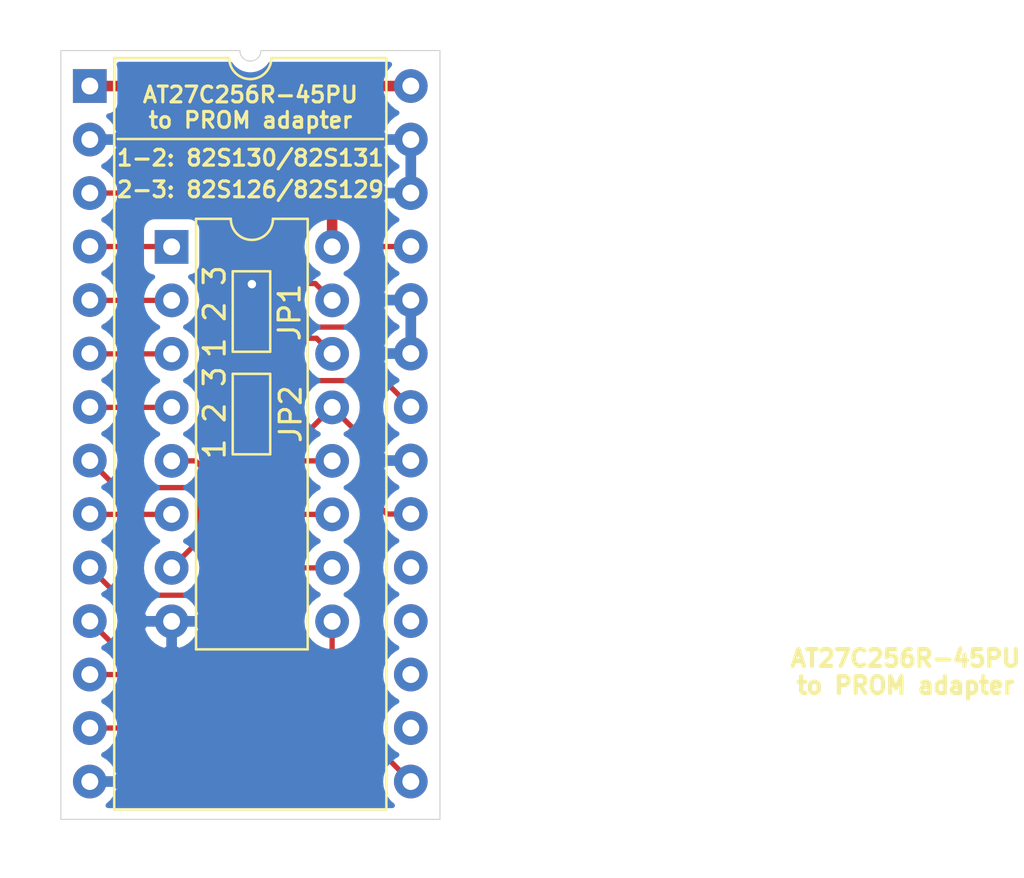
<source format=kicad_pcb>
(kicad_pcb (version 20171130) (host pcbnew "(5.1.4)-1")

  (general
    (thickness 1.6)
    (drawings 14)
    (tracks 69)
    (zones 0)
    (modules 4)
    (nets 23)
  )

  (page A4)
  (layers
    (0 F.Cu signal)
    (31 B.Cu signal)
    (32 B.Adhes user)
    (33 F.Adhes user)
    (34 B.Paste user)
    (35 F.Paste user)
    (36 B.SilkS user)
    (37 F.SilkS user)
    (38 B.Mask user)
    (39 F.Mask user)
    (40 Dwgs.User user)
    (41 Cmts.User user)
    (42 Eco1.User user)
    (43 Eco2.User user)
    (44 Edge.Cuts user)
    (45 Margin user)
    (46 B.CrtYd user)
    (47 F.CrtYd user)
    (48 B.Fab user)
    (49 F.Fab user)
  )

  (setup
    (last_trace_width 0.25)
    (trace_clearance 0.2)
    (zone_clearance 0.508)
    (zone_45_only no)
    (trace_min 0.2)
    (via_size 0.8)
    (via_drill 0.4)
    (via_min_size 0.4)
    (via_min_drill 0.3)
    (uvia_size 0.3)
    (uvia_drill 0.1)
    (uvias_allowed no)
    (uvia_min_size 0.2)
    (uvia_min_drill 0.1)
    (edge_width 0.05)
    (segment_width 0.2)
    (pcb_text_width 0.3)
    (pcb_text_size 1.5 1.5)
    (mod_edge_width 0.12)
    (mod_text_size 1 1)
    (mod_text_width 0.15)
    (pad_size 1.524 1.524)
    (pad_drill 0.762)
    (pad_to_mask_clearance 0.051)
    (solder_mask_min_width 0.25)
    (aux_axis_origin 0 0)
    (visible_elements FFFFFF7F)
    (pcbplotparams
      (layerselection 0x010fc_ffffffff)
      (usegerberextensions false)
      (usegerberattributes false)
      (usegerberadvancedattributes false)
      (creategerberjobfile false)
      (excludeedgelayer true)
      (linewidth 0.100000)
      (plotframeref false)
      (viasonmask false)
      (mode 1)
      (useauxorigin false)
      (hpglpennumber 1)
      (hpglpenspeed 20)
      (hpglpendiameter 15.000000)
      (psnegative false)
      (psa4output false)
      (plotreference true)
      (plotvalue true)
      (plotinvisibletext false)
      (padsonsilk false)
      (subtractmaskfromsilk false)
      (outputformat 1)
      (mirror false)
      (drillshape 1)
      (scaleselection 1)
      (outputdirectory ""))
  )

  (net 0 "")
  (net 1 +5V)
  (net 2 GND)
  (net 3 A7)
  (net 4 A2)
  (net 5 PROM_14)
  (net 6 A1)
  (net 7 CE)
  (net 8 A0)
  (net 9 D0)
  (net 10 A3)
  (net 11 D1)
  (net 12 A4)
  (net 13 D2)
  (net 14 A5)
  (net 15 D3)
  (net 16 A6)
  (net 17 "Net-(JP1-Pad2)")
  (net 18 "Net-(JP2-Pad2)")
  (net 19 "Net-(U1-Pad19)")
  (net 20 "Net-(U1-Pad18)")
  (net 21 "Net-(U1-Pad17)")
  (net 22 "Net-(U1-Pad16)")

  (net_class Default "This is the default net class."
    (clearance 0.2)
    (trace_width 0.25)
    (via_dia 0.8)
    (via_drill 0.4)
    (uvia_dia 0.3)
    (uvia_drill 0.1)
    (add_net +5V)
    (add_net A0)
    (add_net A1)
    (add_net A2)
    (add_net A3)
    (add_net A4)
    (add_net A5)
    (add_net A6)
    (add_net A7)
    (add_net CE)
    (add_net D0)
    (add_net D1)
    (add_net D2)
    (add_net D3)
    (add_net GND)
    (add_net "Net-(JP1-Pad2)")
    (add_net "Net-(JP2-Pad2)")
    (add_net "Net-(U1-Pad16)")
    (add_net "Net-(U1-Pad17)")
    (add_net "Net-(U1-Pad18)")
    (add_net "Net-(U1-Pad19)")
    (add_net PROM_14)
  )

  (module Housings_DIP:DIP-16_W7.62mm (layer F.Cu) (tedit 59C78D6B) (tstamp 6046B427)
    (at 133.26 95.32)
    (descr "16-lead though-hole mounted DIP package, row spacing 7.62 mm (300 mils)")
    (tags "THT DIP DIL PDIP 2.54mm 7.62mm 300mil")
    (path /6046D809)
    (fp_text reference J1 (at 3.81 -2.33) (layer F.Fab)
      (effects (font (size 1 1) (thickness 0.15)))
    )
    (fp_text value Conn_02x08_Counter_Clockwise (at 3.81 20.11) (layer F.Fab)
      (effects (font (size 1 1) (thickness 0.15)))
    )
    (fp_text user %R (at 3.81 8.89) (layer F.Fab)
      (effects (font (size 1 1) (thickness 0.15)))
    )
    (fp_line (start 8.7 -1.55) (end -1.1 -1.55) (layer F.CrtYd) (width 0.05))
    (fp_line (start 8.7 19.3) (end 8.7 -1.55) (layer F.CrtYd) (width 0.05))
    (fp_line (start -1.1 19.3) (end 8.7 19.3) (layer F.CrtYd) (width 0.05))
    (fp_line (start -1.1 -1.55) (end -1.1 19.3) (layer F.CrtYd) (width 0.05))
    (fp_line (start 6.46 -1.33) (end 4.81 -1.33) (layer F.SilkS) (width 0.12))
    (fp_line (start 6.46 19.11) (end 6.46 -1.33) (layer F.SilkS) (width 0.12))
    (fp_line (start 1.16 19.11) (end 6.46 19.11) (layer F.SilkS) (width 0.12))
    (fp_line (start 1.16 -1.33) (end 1.16 19.11) (layer F.SilkS) (width 0.12))
    (fp_line (start 2.81 -1.33) (end 1.16 -1.33) (layer F.SilkS) (width 0.12))
    (fp_line (start 0.635 -0.27) (end 1.635 -1.27) (layer F.Fab) (width 0.1))
    (fp_line (start 0.635 19.05) (end 0.635 -0.27) (layer F.Fab) (width 0.1))
    (fp_line (start 6.985 19.05) (end 0.635 19.05) (layer F.Fab) (width 0.1))
    (fp_line (start 6.985 -1.27) (end 6.985 19.05) (layer F.Fab) (width 0.1))
    (fp_line (start 1.635 -1.27) (end 6.985 -1.27) (layer F.Fab) (width 0.1))
    (fp_arc (start 3.81 -1.33) (end 2.81 -1.33) (angle -180) (layer F.SilkS) (width 0.12))
    (pad 16 thru_hole oval (at 7.62 0) (size 1.6 1.6) (drill 0.8) (layers *.Cu *.Mask)
      (net 1 +5V))
    (pad 8 thru_hole oval (at 0 17.78) (size 1.6 1.6) (drill 0.8) (layers *.Cu *.Mask)
      (net 2 GND))
    (pad 15 thru_hole oval (at 7.62 2.54) (size 1.6 1.6) (drill 0.8) (layers *.Cu *.Mask)
      (net 3 A7))
    (pad 7 thru_hole oval (at 0 15.24) (size 1.6 1.6) (drill 0.8) (layers *.Cu *.Mask)
      (net 4 A2))
    (pad 14 thru_hole oval (at 7.62 5.08) (size 1.6 1.6) (drill 0.8) (layers *.Cu *.Mask)
      (net 5 PROM_14))
    (pad 6 thru_hole oval (at 0 12.7) (size 1.6 1.6) (drill 0.8) (layers *.Cu *.Mask)
      (net 6 A1))
    (pad 13 thru_hole oval (at 7.62 7.62) (size 1.6 1.6) (drill 0.8) (layers *.Cu *.Mask)
      (net 7 CE))
    (pad 5 thru_hole oval (at 0 10.16) (size 1.6 1.6) (drill 0.8) (layers *.Cu *.Mask)
      (net 8 A0))
    (pad 12 thru_hole oval (at 7.62 10.16) (size 1.6 1.6) (drill 0.8) (layers *.Cu *.Mask)
      (net 9 D0))
    (pad 4 thru_hole oval (at 0 7.62) (size 1.6 1.6) (drill 0.8) (layers *.Cu *.Mask)
      (net 10 A3))
    (pad 11 thru_hole oval (at 7.62 12.7) (size 1.6 1.6) (drill 0.8) (layers *.Cu *.Mask)
      (net 11 D1))
    (pad 3 thru_hole oval (at 0 5.08) (size 1.6 1.6) (drill 0.8) (layers *.Cu *.Mask)
      (net 12 A4))
    (pad 10 thru_hole oval (at 7.62 15.24) (size 1.6 1.6) (drill 0.8) (layers *.Cu *.Mask)
      (net 13 D2))
    (pad 2 thru_hole oval (at 0 2.54) (size 1.6 1.6) (drill 0.8) (layers *.Cu *.Mask)
      (net 14 A5))
    (pad 9 thru_hole oval (at 7.62 17.78) (size 1.6 1.6) (drill 0.8) (layers *.Cu *.Mask)
      (net 15 D3))
    (pad 1 thru_hole rect (at 0 0) (size 1.6 1.6) (drill 0.8) (layers *.Cu *.Mask)
      (net 16 A6))
    (model ${KISYS3DMOD}/Housings_DIP.3dshapes/DIP-16_W7.62mm.wrl
      (at (xyz 0 0 0))
      (scale (xyz 1 1 1))
      (rotate (xyz 0 0 0))
    )
  )

  (module Connectors:GS3 (layer F.Cu) (tedit 58613494) (tstamp 6046B436)
    (at 137.05 98.39 180)
    (descr "3-pin solder bridge")
    (tags "solder bridge")
    (path /60470362)
    (attr smd)
    (fp_text reference JP1 (at -1.81 -0.04 90) (layer F.SilkS)
      (effects (font (size 1 1) (thickness 0.15)))
    )
    (fp_text value Jumper_3_Open (at 1.8 0 90) (layer F.Fab)
      (effects (font (size 1 1) (thickness 0.15)))
    )
    (fp_line (start -0.89 -1.91) (end 0.89 -1.91) (layer F.SilkS) (width 0.12))
    (fp_line (start 0.89 1.91) (end 0.89 -1.91) (layer F.SilkS) (width 0.12))
    (fp_line (start -0.89 1.91) (end 0.89 1.91) (layer F.SilkS) (width 0.12))
    (fp_line (start -0.89 -1.91) (end -0.89 1.91) (layer F.SilkS) (width 0.12))
    (fp_line (start -1.15 2.15) (end -1.15 -2.15) (layer F.CrtYd) (width 0.05))
    (fp_line (start 1.15 2.15) (end -1.15 2.15) (layer F.CrtYd) (width 0.05))
    (fp_line (start 1.15 -2.15) (end 1.15 2.15) (layer F.CrtYd) (width 0.05))
    (fp_line (start -1.15 -2.15) (end 1.15 -2.15) (layer F.CrtYd) (width 0.05))
    (pad 3 smd rect (at 0 1.27 180) (size 1.27 0.97) (layers F.Cu F.Paste F.Mask)
      (net 2 GND))
    (pad 2 smd rect (at 0 0 180) (size 1.27 0.97) (layers F.Cu F.Paste F.Mask)
      (net 17 "Net-(JP1-Pad2)"))
    (pad 1 smd rect (at 0 -1.27 180) (size 1.27 0.97) (layers F.Cu F.Paste F.Mask)
      (net 5 PROM_14))
  )

  (module Connectors:GS3 (layer F.Cu) (tedit 58613494) (tstamp 6046B445)
    (at 137.05 103.26 180)
    (descr "3-pin solder bridge")
    (tags "solder bridge")
    (path /6047724B)
    (attr smd)
    (fp_text reference JP2 (at -1.86 0 90) (layer F.SilkS)
      (effects (font (size 1 1) (thickness 0.15)))
    )
    (fp_text value Jumper_3_Open (at 1.8 0 90) (layer F.Fab)
      (effects (font (size 1 1) (thickness 0.15)))
    )
    (fp_line (start -1.15 -2.15) (end 1.15 -2.15) (layer F.CrtYd) (width 0.05))
    (fp_line (start 1.15 -2.15) (end 1.15 2.15) (layer F.CrtYd) (width 0.05))
    (fp_line (start 1.15 2.15) (end -1.15 2.15) (layer F.CrtYd) (width 0.05))
    (fp_line (start -1.15 2.15) (end -1.15 -2.15) (layer F.CrtYd) (width 0.05))
    (fp_line (start -0.89 -1.91) (end -0.89 1.91) (layer F.SilkS) (width 0.12))
    (fp_line (start -0.89 1.91) (end 0.89 1.91) (layer F.SilkS) (width 0.12))
    (fp_line (start 0.89 1.91) (end 0.89 -1.91) (layer F.SilkS) (width 0.12))
    (fp_line (start -0.89 -1.91) (end 0.89 -1.91) (layer F.SilkS) (width 0.12))
    (pad 1 smd rect (at 0 -1.27 180) (size 1.27 0.97) (layers F.Cu F.Paste F.Mask)
      (net 7 CE))
    (pad 2 smd rect (at 0 0 180) (size 1.27 0.97) (layers F.Cu F.Paste F.Mask)
      (net 18 "Net-(JP2-Pad2)"))
    (pad 3 smd rect (at 0 1.27 180) (size 1.27 0.97) (layers F.Cu F.Paste F.Mask)
      (net 5 PROM_14))
  )

  (module Housings_DIP:DIP-28_W15.24mm (layer F.Cu) (tedit 59C78D6C) (tstamp 6046B475)
    (at 129.375001 87.685001)
    (descr "28-lead though-hole mounted DIP package, row spacing 15.24 mm (600 mils)")
    (tags "THT DIP DIL PDIP 2.54mm 15.24mm 600mil")
    (path /6046ADD0)
    (fp_text reference U1 (at 7.62 -2.33) (layer F.Fab)
      (effects (font (size 1 1) (thickness 0.15)))
    )
    (fp_text value 27C256 (at 7.62 35.35) (layer F.Fab)
      (effects (font (size 1 1) (thickness 0.15)))
    )
    (fp_text user %R (at 7.62 16.51) (layer F.Fab)
      (effects (font (size 1 1) (thickness 0.15)))
    )
    (fp_line (start 16.3 -1.55) (end -1.05 -1.55) (layer F.CrtYd) (width 0.05))
    (fp_line (start 16.3 34.55) (end 16.3 -1.55) (layer F.CrtYd) (width 0.05))
    (fp_line (start -1.05 34.55) (end 16.3 34.55) (layer F.CrtYd) (width 0.05))
    (fp_line (start -1.05 -1.55) (end -1.05 34.55) (layer F.CrtYd) (width 0.05))
    (fp_line (start 14.08 -1.33) (end 8.62 -1.33) (layer F.SilkS) (width 0.12))
    (fp_line (start 14.08 34.35) (end 14.08 -1.33) (layer F.SilkS) (width 0.12))
    (fp_line (start 1.16 34.35) (end 14.08 34.35) (layer F.SilkS) (width 0.12))
    (fp_line (start 1.16 -1.33) (end 1.16 34.35) (layer F.SilkS) (width 0.12))
    (fp_line (start 6.62 -1.33) (end 1.16 -1.33) (layer F.SilkS) (width 0.12))
    (fp_line (start 0.255 -0.27) (end 1.255 -1.27) (layer F.Fab) (width 0.1))
    (fp_line (start 0.255 34.29) (end 0.255 -0.27) (layer F.Fab) (width 0.1))
    (fp_line (start 14.985 34.29) (end 0.255 34.29) (layer F.Fab) (width 0.1))
    (fp_line (start 14.985 -1.27) (end 14.985 34.29) (layer F.Fab) (width 0.1))
    (fp_line (start 1.255 -1.27) (end 14.985 -1.27) (layer F.Fab) (width 0.1))
    (fp_arc (start 7.62 -1.33) (end 6.62 -1.33) (angle -180) (layer F.SilkS) (width 0.12))
    (pad 28 thru_hole oval (at 15.24 0) (size 1.6 1.6) (drill 0.8) (layers *.Cu *.Mask)
      (net 1 +5V))
    (pad 14 thru_hole oval (at 0 33.02) (size 1.6 1.6) (drill 0.8) (layers *.Cu *.Mask)
      (net 2 GND))
    (pad 27 thru_hole oval (at 15.24 2.54) (size 1.6 1.6) (drill 0.8) (layers *.Cu *.Mask)
      (net 2 GND))
    (pad 13 thru_hole oval (at 0 30.48) (size 1.6 1.6) (drill 0.8) (layers *.Cu *.Mask)
      (net 13 D2))
    (pad 26 thru_hole oval (at 15.24 5.08) (size 1.6 1.6) (drill 0.8) (layers *.Cu *.Mask)
      (net 2 GND))
    (pad 12 thru_hole oval (at 0 27.94) (size 1.6 1.6) (drill 0.8) (layers *.Cu *.Mask)
      (net 11 D1))
    (pad 25 thru_hole oval (at 15.24 7.62) (size 1.6 1.6) (drill 0.8) (layers *.Cu *.Mask)
      (net 17 "Net-(JP1-Pad2)"))
    (pad 11 thru_hole oval (at 0 25.4) (size 1.6 1.6) (drill 0.8) (layers *.Cu *.Mask)
      (net 9 D0))
    (pad 24 thru_hole oval (at 15.24 10.16) (size 1.6 1.6) (drill 0.8) (layers *.Cu *.Mask)
      (net 2 GND))
    (pad 10 thru_hole oval (at 0 22.86) (size 1.6 1.6) (drill 0.8) (layers *.Cu *.Mask)
      (net 8 A0))
    (pad 23 thru_hole oval (at 15.24 12.7) (size 1.6 1.6) (drill 0.8) (layers *.Cu *.Mask)
      (net 2 GND))
    (pad 9 thru_hole oval (at 0 20.32) (size 1.6 1.6) (drill 0.8) (layers *.Cu *.Mask)
      (net 6 A1))
    (pad 22 thru_hole oval (at 15.24 15.24) (size 1.6 1.6) (drill 0.8) (layers *.Cu *.Mask)
      (net 18 "Net-(JP2-Pad2)"))
    (pad 8 thru_hole oval (at 0 17.78) (size 1.6 1.6) (drill 0.8) (layers *.Cu *.Mask)
      (net 4 A2))
    (pad 21 thru_hole oval (at 15.24 17.78) (size 1.6 1.6) (drill 0.8) (layers *.Cu *.Mask)
      (net 2 GND))
    (pad 7 thru_hole oval (at 0 15.24) (size 1.6 1.6) (drill 0.8) (layers *.Cu *.Mask)
      (net 10 A3))
    (pad 20 thru_hole oval (at 15.24 20.32) (size 1.6 1.6) (drill 0.8) (layers *.Cu *.Mask)
      (net 7 CE))
    (pad 6 thru_hole oval (at 0 12.7) (size 1.6 1.6) (drill 0.8) (layers *.Cu *.Mask)
      (net 12 A4))
    (pad 19 thru_hole oval (at 15.24 22.86) (size 1.6 1.6) (drill 0.8) (layers *.Cu *.Mask)
      (net 19 "Net-(U1-Pad19)"))
    (pad 5 thru_hole oval (at 0 10.16) (size 1.6 1.6) (drill 0.8) (layers *.Cu *.Mask)
      (net 14 A5))
    (pad 18 thru_hole oval (at 15.24 25.4) (size 1.6 1.6) (drill 0.8) (layers *.Cu *.Mask)
      (net 20 "Net-(U1-Pad18)"))
    (pad 4 thru_hole oval (at 0 7.62) (size 1.6 1.6) (drill 0.8) (layers *.Cu *.Mask)
      (net 16 A6))
    (pad 17 thru_hole oval (at 15.24 27.94) (size 1.6 1.6) (drill 0.8) (layers *.Cu *.Mask)
      (net 21 "Net-(U1-Pad17)"))
    (pad 3 thru_hole oval (at 0 5.08) (size 1.6 1.6) (drill 0.8) (layers *.Cu *.Mask)
      (net 3 A7))
    (pad 16 thru_hole oval (at 15.24 30.48) (size 1.6 1.6) (drill 0.8) (layers *.Cu *.Mask)
      (net 22 "Net-(U1-Pad16)"))
    (pad 2 thru_hole oval (at 0 2.54) (size 1.6 1.6) (drill 0.8) (layers *.Cu *.Mask)
      (net 2 GND))
    (pad 15 thru_hole oval (at 15.24 33.02) (size 1.6 1.6) (drill 0.8) (layers *.Cu *.Mask)
      (net 15 D3))
    (pad 1 thru_hole rect (at 0 0) (size 1.6 1.6) (drill 0.8) (layers *.Cu *.Mask)
      (net 1 +5V))
    (model ${KISYS3DMOD}/Housings_DIP.3dshapes/DIP-28_W15.24mm.wrl
      (at (xyz 0 0 0))
      (scale (xyz 1 1 1))
      (rotate (xyz 0 0 0))
    )
  )

  (gr_line (start 130.7 90.2) (end 143.3 90.2) (layer F.SilkS) (width 0.12))
  (gr_text "AT27C256R-45PU\nto PROM adapter" (at 137 88.7) (layer F.SilkS) (tstamp 6046BC46)
    (effects (font (size 0.75 0.75) (thickness 0.15)))
  )
  (gr_text "AT27C256R-45PU\nto PROM adapter" (at 168.1 115.5) (layer F.SilkS)
    (effects (font (size 0.8 0.8) (thickness 0.2)))
  )
  (gr_text "2-3: 82S126/82S129" (at 137 92.6) (layer F.SilkS) (tstamp 6046BAE7)
    (effects (font (size 0.75 0.75) (thickness 0.15)))
  )
  (gr_text "1-2: 82S130/82S131" (at 137 91.1) (layer F.SilkS)
    (effects (font (size 0.75 0.75) (thickness 0.15)))
  )
  (gr_text "1 2 3" (at 135.3 98.4 90) (layer F.SilkS) (tstamp 6046BAE3)
    (effects (font (size 1 1) (thickness 0.15)))
  )
  (gr_text "1 2 3" (at 135.3 103.2 90) (layer F.SilkS)
    (effects (font (size 1 1) (thickness 0.15)))
  )
  (gr_line (start 146 86) (end 137.5 86) (layer Edge.Cuts) (width 0.05) (tstamp 6046BA82))
  (gr_arc (start 137 86) (end 136.5 86) (angle -90) (layer Edge.Cuts) (width 0.05) (tstamp 6046BA77))
  (gr_arc (start 137 86) (end 137 86.5) (angle -90) (layer Edge.Cuts) (width 0.05))
  (gr_line (start 146 86) (end 146 122.5) (layer Edge.Cuts) (width 0.05) (tstamp 6046BA72))
  (gr_line (start 128 86) (end 136.5 86) (layer Edge.Cuts) (width 0.05))
  (gr_line (start 128 122.5) (end 128 86) (layer Edge.Cuts) (width 0.05))
  (gr_line (start 146 122.5) (end 128 122.5) (layer Edge.Cuts) (width 0.05))

  (segment (start 144.615001 87.685001) (end 143.274999 87.685001) (width 0.5) (layer F.Cu) (net 1))
  (segment (start 143.274999 87.685001) (end 129.375001 87.685001) (width 0.5) (layer F.Cu) (net 1))
  (segment (start 144.615001 87.685001) (end 142.824999 87.685001) (width 0.25) (layer F.Cu) (net 1))
  (segment (start 140.88 89.63) (end 140.88 95.32) (width 0.5) (layer F.Cu) (net 1))
  (segment (start 142.824999 87.685001) (end 140.88 89.63) (width 0.5) (layer F.Cu) (net 1))
  (via (at 137.07 97.09) (size 0.8) (drill 0.4) (layers F.Cu B.Cu) (net 2))
  (segment (start 140.080001 97.060001) (end 139.540001 97.060001) (width 0.25) (layer F.Cu) (net 3))
  (segment (start 140.88 97.86) (end 140.080001 97.060001) (width 0.25) (layer F.Cu) (net 3))
  (segment (start 135.245001 92.765001) (end 129.375001 92.765001) (width 0.25) (layer F.Cu) (net 3))
  (segment (start 139.540001 97.060001) (end 135.245001 92.765001) (width 0.25) (layer F.Cu) (net 3))
  (segment (start 133.26 110.56) (end 134.56 109.26) (width 0.25) (layer F.Cu) (net 4))
  (segment (start 134.56 109.26) (end 134.56 107.08) (width 0.25) (layer F.Cu) (net 4))
  (segment (start 134.56 107.08) (end 134.23 106.75) (width 0.25) (layer F.Cu) (net 4))
  (segment (start 130.66 106.75) (end 129.375001 105.465001) (width 0.25) (layer F.Cu) (net 4))
  (segment (start 134.23 106.75) (end 130.66 106.75) (width 0.25) (layer F.Cu) (net 4))
  (segment (start 137.05 101.99) (end 137.05 99.66) (width 0.25) (layer F.Cu) (net 5))
  (segment (start 140.14 99.66) (end 140.88 100.4) (width 0.25) (layer F.Cu) (net 5))
  (segment (start 137.05 99.66) (end 140.14 99.66) (width 0.25) (layer F.Cu) (net 5))
  (segment (start 129.39 108.02) (end 129.375001 108.005001) (width 0.25) (layer F.Cu) (net 6))
  (segment (start 133.26 108.02) (end 129.39 108.02) (width 0.25) (layer F.Cu) (net 6))
  (segment (start 143.483631 108.005001) (end 142.7 107.22137) (width 0.25) (layer F.Cu) (net 7))
  (segment (start 144.615001 108.005001) (end 143.483631 108.005001) (width 0.25) (layer F.Cu) (net 7))
  (segment (start 142.7 104.76) (end 140.88 102.94) (width 0.25) (layer F.Cu) (net 7))
  (segment (start 142.7 107.22137) (end 142.7 104.76) (width 0.25) (layer F.Cu) (net 7))
  (segment (start 139.29 104.53) (end 137.05 104.53) (width 0.25) (layer F.Cu) (net 7))
  (segment (start 140.88 102.94) (end 139.29 104.53) (width 0.25) (layer F.Cu) (net 7))
  (segment (start 130.69 111.86) (end 129.375001 110.545001) (width 0.25) (layer F.Cu) (net 8))
  (segment (start 134.76 111.86) (end 130.69 111.86) (width 0.25) (layer F.Cu) (net 8))
  (segment (start 135.05 111.57) (end 134.76 111.86) (width 0.25) (layer F.Cu) (net 8))
  (segment (start 135.05 106.13863) (end 135.05 111.57) (width 0.25) (layer F.Cu) (net 8))
  (segment (start 133.26 105.48) (end 134.39137 105.48) (width 0.25) (layer F.Cu) (net 8))
  (segment (start 134.39137 105.48) (end 135.05 106.13863) (width 0.25) (layer F.Cu) (net 8))
  (segment (start 139.08 105.48) (end 140.88 105.48) (width 0.25) (layer F.Cu) (net 9))
  (segment (start 137.88 106.68) (end 139.08 105.48) (width 0.25) (layer F.Cu) (net 9))
  (segment (start 137.88 113.01) (end 137.88 106.68) (width 0.25) (layer F.Cu) (net 9))
  (segment (start 136.32 114.57) (end 137.88 113.01) (width 0.25) (layer F.Cu) (net 9))
  (segment (start 129.375001 113.085001) (end 130.86 114.57) (width 0.25) (layer F.Cu) (net 9))
  (segment (start 130.86 114.57) (end 136.32 114.57) (width 0.25) (layer F.Cu) (net 9))
  (segment (start 129.39 102.94) (end 129.375001 102.925001) (width 0.25) (layer F.Cu) (net 10))
  (segment (start 133.26 102.94) (end 129.39 102.94) (width 0.25) (layer F.Cu) (net 10))
  (segment (start 135.901409 115.625001) (end 138.36 113.16641) (width 0.25) (layer F.Cu) (net 11))
  (segment (start 129.375001 115.625001) (end 135.901409 115.625001) (width 0.25) (layer F.Cu) (net 11))
  (segment (start 138.36 113.16641) (end 138.36 109.18) (width 0.25) (layer F.Cu) (net 11))
  (segment (start 139.52 108.02) (end 140.88 108.02) (width 0.25) (layer F.Cu) (net 11))
  (segment (start 138.36 109.18) (end 139.52 108.02) (width 0.25) (layer F.Cu) (net 11))
  (segment (start 129.39 100.4) (end 129.375001 100.385001) (width 0.25) (layer F.Cu) (net 12))
  (segment (start 133.26 100.4) (end 129.39 100.4) (width 0.25) (layer F.Cu) (net 12))
  (segment (start 133.997819 118.165001) (end 138.87 113.29282) (width 0.25) (layer F.Cu) (net 13))
  (segment (start 129.375001 118.165001) (end 133.997819 118.165001) (width 0.25) (layer F.Cu) (net 13))
  (segment (start 138.87 113.29282) (end 138.87 111.11) (width 0.25) (layer F.Cu) (net 13))
  (segment (start 139.42 110.56) (end 140.88 110.56) (width 0.25) (layer F.Cu) (net 13))
  (segment (start 138.87 111.11) (end 139.42 110.56) (width 0.25) (layer F.Cu) (net 13))
  (segment (start 129.39 97.86) (end 129.375001 97.845001) (width 0.25) (layer F.Cu) (net 14))
  (segment (start 133.26 97.86) (end 129.39 97.86) (width 0.25) (layer F.Cu) (net 14))
  (segment (start 140.88 116.97) (end 140.88 113.1) (width 0.25) (layer F.Cu) (net 15))
  (segment (start 144.615001 120.705001) (end 140.88 116.97) (width 0.25) (layer F.Cu) (net 15))
  (segment (start 133.245001 95.305001) (end 133.26 95.32) (width 0.25) (layer F.Cu) (net 16))
  (segment (start 129.375001 95.305001) (end 133.245001 95.305001) (width 0.25) (layer F.Cu) (net 16))
  (segment (start 137.05 98.39) (end 138.88 98.39) (width 0.25) (layer F.Cu) (net 17))
  (segment (start 138.88 98.39) (end 139.62 99.13) (width 0.25) (layer F.Cu) (net 17))
  (segment (start 139.62 99.13) (end 142.01 99.13) (width 0.25) (layer F.Cu) (net 17))
  (segment (start 142.01 99.13) (end 142.75 98.39) (width 0.25) (layer F.Cu) (net 17))
  (segment (start 142.75 98.39) (end 142.75 95.68) (width 0.25) (layer F.Cu) (net 17))
  (segment (start 143.124999 95.305001) (end 144.615001 95.305001) (width 0.25) (layer F.Cu) (net 17))
  (segment (start 142.75 95.68) (end 143.124999 95.305001) (width 0.25) (layer F.Cu) (net 17))
  (segment (start 137.935 103.26) (end 139.525 101.67) (width 0.25) (layer F.Cu) (net 18))
  (segment (start 137.05 103.26) (end 137.935 103.26) (width 0.25) (layer F.Cu) (net 18))
  (segment (start 143.36 101.67) (end 144.615001 102.925001) (width 0.25) (layer F.Cu) (net 18))
  (segment (start 139.525 101.67) (end 143.36 101.67) (width 0.25) (layer F.Cu) (net 18))

  (zone (net 2) (net_name GND) (layer B.Cu) (tstamp 0) (hatch edge 0.508)
    (connect_pads (clearance 0.508))
    (min_thickness 0.254)
    (fill yes (arc_segments 32) (thermal_gap 0.508) (thermal_bridge_width 0.508))
    (polygon
      (pts
        (xy 149.4 125.3) (xy 125.7 124.2) (xy 126.5 83.6) (xy 148 84.8)
      )
    )
    (filled_polygon
      (pts
        (xy 136.071119 86.693156) (xy 136.076943 86.700297) (xy 136.139145 86.775486) (xy 136.181594 86.817639) (xy 136.223439 86.860371)
        (xy 136.23054 86.866245) (xy 136.30616 86.927921) (xy 136.356025 86.961052) (xy 136.40535 86.994825) (xy 136.413445 86.999202)
        (xy 136.413448 86.999204) (xy 136.413451 86.999205) (xy 136.413456 86.999208) (xy 136.499617 87.04502) (xy 136.554909 87.067809)
        (xy 136.609898 87.091378) (xy 136.618701 87.094103) (xy 136.712119 87.122308) (xy 136.770826 87.133933) (xy 136.829316 87.146365)
        (xy 136.83847 87.147327) (xy 136.838476 87.147328) (xy 136.838481 87.147328) (xy 136.935598 87.15685) (xy 136.964403 87.15685)
        (xy 136.993054 87.159964) (xy 137.002269 87.159996) (xy 137.00576 87.159984) (xy 137.034459 87.15707) (xy 137.063308 87.157272)
        (xy 137.072479 87.156373) (xy 137.169527 87.146173) (xy 137.228152 87.134139) (xy 137.286884 87.122936) (xy 137.295706 87.120272)
        (xy 137.388925 87.091416) (xy 137.444075 87.068233) (xy 137.499537 87.045825) (xy 137.507666 87.041502) (xy 137.50767 87.0415)
        (xy 137.507673 87.041498) (xy 137.593511 86.995086) (xy 137.643098 86.961638) (xy 137.693156 86.928881) (xy 137.700297 86.923057)
        (xy 137.775486 86.860855) (xy 137.817639 86.818406) (xy 137.860371 86.776561) (xy 137.866245 86.76946) (xy 137.927921 86.69384)
        (xy 137.950405 86.66) (xy 143.601964 86.66) (xy 143.595393 86.665393) (xy 143.416069 86.8839) (xy 143.282819 87.133193)
        (xy 143.200765 87.403692) (xy 143.173058 87.685001) (xy 143.200765 87.96631) (xy 143.282819 88.236809) (xy 143.416069 88.486102)
        (xy 143.595393 88.704609) (xy 143.8139 88.883933) (xy 143.951683 88.95758) (xy 143.75987 89.072616) (xy 143.551482 89.261587)
        (xy 143.383964 89.487581) (xy 143.263755 89.741914) (xy 143.223097 89.875962) (xy 143.345086 90.098001) (xy 144.488001 90.098001)
        (xy 144.488001 90.078001) (xy 144.742001 90.078001) (xy 144.742001 90.098001) (xy 144.762001 90.098001) (xy 144.762001 90.352001)
        (xy 144.742001 90.352001) (xy 144.742001 92.638001) (xy 144.762001 92.638001) (xy 144.762001 92.892001) (xy 144.742001 92.892001)
        (xy 144.742001 92.912001) (xy 144.488001 92.912001) (xy 144.488001 92.892001) (xy 143.345086 92.892001) (xy 143.223097 93.11404)
        (xy 143.263755 93.248088) (xy 143.383964 93.502421) (xy 143.551482 93.728415) (xy 143.75987 93.917386) (xy 143.951683 94.032422)
        (xy 143.8139 94.106069) (xy 143.595393 94.285393) (xy 143.416069 94.5039) (xy 143.282819 94.753193) (xy 143.200765 95.023692)
        (xy 143.173058 95.305001) (xy 143.200765 95.58631) (xy 143.282819 95.856809) (xy 143.416069 96.106102) (xy 143.595393 96.324609)
        (xy 143.8139 96.503933) (xy 143.951683 96.57758) (xy 143.75987 96.692616) (xy 143.551482 96.881587) (xy 143.383964 97.107581)
        (xy 143.263755 97.361914) (xy 143.223097 97.495962) (xy 143.345086 97.718001) (xy 144.488001 97.718001) (xy 144.488001 97.698001)
        (xy 144.742001 97.698001) (xy 144.742001 97.718001) (xy 144.762001 97.718001) (xy 144.762001 97.972001) (xy 144.742001 97.972001)
        (xy 144.742001 100.258001) (xy 144.762001 100.258001) (xy 144.762001 100.512001) (xy 144.742001 100.512001) (xy 144.742001 100.532001)
        (xy 144.488001 100.532001) (xy 144.488001 100.512001) (xy 143.345086 100.512001) (xy 143.223097 100.73404) (xy 143.263755 100.868088)
        (xy 143.383964 101.122421) (xy 143.551482 101.348415) (xy 143.75987 101.537386) (xy 143.951683 101.652422) (xy 143.8139 101.726069)
        (xy 143.595393 101.905393) (xy 143.416069 102.1239) (xy 143.282819 102.373193) (xy 143.200765 102.643692) (xy 143.173058 102.925001)
        (xy 143.200765 103.20631) (xy 143.282819 103.476809) (xy 143.416069 103.726102) (xy 143.595393 103.944609) (xy 143.8139 104.123933)
        (xy 143.951683 104.19758) (xy 143.75987 104.312616) (xy 143.551482 104.501587) (xy 143.383964 104.727581) (xy 143.263755 104.981914)
        (xy 143.223097 105.115962) (xy 143.345086 105.338001) (xy 144.488001 105.338001) (xy 144.488001 105.318001) (xy 144.742001 105.318001)
        (xy 144.742001 105.338001) (xy 144.762001 105.338001) (xy 144.762001 105.592001) (xy 144.742001 105.592001) (xy 144.742001 105.612001)
        (xy 144.488001 105.612001) (xy 144.488001 105.592001) (xy 143.345086 105.592001) (xy 143.223097 105.81404) (xy 143.263755 105.948088)
        (xy 143.383964 106.202421) (xy 143.551482 106.428415) (xy 143.75987 106.617386) (xy 143.951683 106.732422) (xy 143.8139 106.806069)
        (xy 143.595393 106.985393) (xy 143.416069 107.2039) (xy 143.282819 107.453193) (xy 143.200765 107.723692) (xy 143.173058 108.005001)
        (xy 143.200765 108.28631) (xy 143.282819 108.556809) (xy 143.416069 108.806102) (xy 143.595393 109.024609) (xy 143.8139 109.203933)
        (xy 143.946859 109.275001) (xy 143.8139 109.346069) (xy 143.595393 109.525393) (xy 143.416069 109.7439) (xy 143.282819 109.993193)
        (xy 143.200765 110.263692) (xy 143.173058 110.545001) (xy 143.200765 110.82631) (xy 143.282819 111.096809) (xy 143.416069 111.346102)
        (xy 143.595393 111.564609) (xy 143.8139 111.743933) (xy 143.946859 111.815001) (xy 143.8139 111.886069) (xy 143.595393 112.065393)
        (xy 143.416069 112.2839) (xy 143.282819 112.533193) (xy 143.200765 112.803692) (xy 143.173058 113.085001) (xy 143.200765 113.36631)
        (xy 143.282819 113.636809) (xy 143.416069 113.886102) (xy 143.595393 114.104609) (xy 143.8139 114.283933) (xy 143.946859 114.355001)
        (xy 143.8139 114.426069) (xy 143.595393 114.605393) (xy 143.416069 114.8239) (xy 143.282819 115.073193) (xy 143.200765 115.343692)
        (xy 143.173058 115.625001) (xy 143.200765 115.90631) (xy 143.282819 116.176809) (xy 143.416069 116.426102) (xy 143.595393 116.644609)
        (xy 143.8139 116.823933) (xy 143.946859 116.895001) (xy 143.8139 116.966069) (xy 143.595393 117.145393) (xy 143.416069 117.3639)
        (xy 143.282819 117.613193) (xy 143.200765 117.883692) (xy 143.173058 118.165001) (xy 143.200765 118.44631) (xy 143.282819 118.716809)
        (xy 143.416069 118.966102) (xy 143.595393 119.184609) (xy 143.8139 119.363933) (xy 143.946859 119.435001) (xy 143.8139 119.506069)
        (xy 143.595393 119.685393) (xy 143.416069 119.9039) (xy 143.282819 120.153193) (xy 143.200765 120.423692) (xy 143.173058 120.705001)
        (xy 143.200765 120.98631) (xy 143.282819 121.256809) (xy 143.416069 121.506102) (xy 143.595393 121.724609) (xy 143.735997 121.84)
        (xy 130.249304 121.84) (xy 130.43852 121.668415) (xy 130.606038 121.442421) (xy 130.726247 121.188088) (xy 130.766905 121.05404)
        (xy 130.644916 120.832001) (xy 129.502001 120.832001) (xy 129.502001 120.852001) (xy 129.248001 120.852001) (xy 129.248001 120.832001)
        (xy 129.228001 120.832001) (xy 129.228001 120.578001) (xy 129.248001 120.578001) (xy 129.248001 120.558001) (xy 129.502001 120.558001)
        (xy 129.502001 120.578001) (xy 130.644916 120.578001) (xy 130.766905 120.355962) (xy 130.726247 120.221914) (xy 130.606038 119.967581)
        (xy 130.43852 119.741587) (xy 130.230132 119.552616) (xy 130.038319 119.43758) (xy 130.176102 119.363933) (xy 130.394609 119.184609)
        (xy 130.573933 118.966102) (xy 130.707183 118.716809) (xy 130.789237 118.44631) (xy 130.816944 118.165001) (xy 130.789237 117.883692)
        (xy 130.707183 117.613193) (xy 130.573933 117.3639) (xy 130.394609 117.145393) (xy 130.176102 116.966069) (xy 130.043143 116.895001)
        (xy 130.176102 116.823933) (xy 130.394609 116.644609) (xy 130.573933 116.426102) (xy 130.707183 116.176809) (xy 130.789237 115.90631)
        (xy 130.816944 115.625001) (xy 130.789237 115.343692) (xy 130.707183 115.073193) (xy 130.573933 114.8239) (xy 130.394609 114.605393)
        (xy 130.176102 114.426069) (xy 130.043143 114.355001) (xy 130.176102 114.283933) (xy 130.394609 114.104609) (xy 130.573933 113.886102)
        (xy 130.707183 113.636809) (xy 130.764141 113.449039) (xy 131.868096 113.449039) (xy 131.908754 113.583087) (xy 132.028963 113.83742)
        (xy 132.196481 114.063414) (xy 132.404869 114.252385) (xy 132.646119 114.39707) (xy 132.91096 114.491909) (xy 133.133 114.370624)
        (xy 133.133 113.227) (xy 133.387 113.227) (xy 133.387 114.370624) (xy 133.60904 114.491909) (xy 133.873881 114.39707)
        (xy 134.115131 114.252385) (xy 134.323519 114.063414) (xy 134.491037 113.83742) (xy 134.611246 113.583087) (xy 134.651904 113.449039)
        (xy 134.529915 113.227) (xy 133.387 113.227) (xy 133.133 113.227) (xy 131.990085 113.227) (xy 131.868096 113.449039)
        (xy 130.764141 113.449039) (xy 130.789237 113.36631) (xy 130.816944 113.085001) (xy 130.789237 112.803692) (xy 130.707183 112.533193)
        (xy 130.573933 112.2839) (xy 130.394609 112.065393) (xy 130.176102 111.886069) (xy 130.043143 111.815001) (xy 130.176102 111.743933)
        (xy 130.394609 111.564609) (xy 130.573933 111.346102) (xy 130.707183 111.096809) (xy 130.789237 110.82631) (xy 130.816944 110.545001)
        (xy 130.789237 110.263692) (xy 130.707183 109.993193) (xy 130.573933 109.7439) (xy 130.394609 109.525393) (xy 130.176102 109.346069)
        (xy 130.043143 109.275001) (xy 130.176102 109.203933) (xy 130.394609 109.024609) (xy 130.573933 108.806102) (xy 130.707183 108.556809)
        (xy 130.789237 108.28631) (xy 130.816944 108.005001) (xy 130.789237 107.723692) (xy 130.707183 107.453193) (xy 130.573933 107.2039)
        (xy 130.394609 106.985393) (xy 130.176102 106.806069) (xy 130.043143 106.735001) (xy 130.176102 106.663933) (xy 130.394609 106.484609)
        (xy 130.573933 106.266102) (xy 130.707183 106.016809) (xy 130.789237 105.74631) (xy 130.816944 105.465001) (xy 130.789237 105.183692)
        (xy 130.707183 104.913193) (xy 130.573933 104.6639) (xy 130.394609 104.445393) (xy 130.176102 104.266069) (xy 130.043143 104.195001)
        (xy 130.176102 104.123933) (xy 130.394609 103.944609) (xy 130.573933 103.726102) (xy 130.707183 103.476809) (xy 130.789237 103.20631)
        (xy 130.816944 102.925001) (xy 130.789237 102.643692) (xy 130.707183 102.373193) (xy 130.573933 102.1239) (xy 130.394609 101.905393)
        (xy 130.176102 101.726069) (xy 130.043143 101.655001) (xy 130.176102 101.583933) (xy 130.394609 101.404609) (xy 130.573933 101.186102)
        (xy 130.707183 100.936809) (xy 130.789237 100.66631) (xy 130.816944 100.385001) (xy 130.789237 100.103692) (xy 130.707183 99.833193)
        (xy 130.573933 99.5839) (xy 130.394609 99.365393) (xy 130.176102 99.186069) (xy 130.043143 99.115001) (xy 130.176102 99.043933)
        (xy 130.394609 98.864609) (xy 130.573933 98.646102) (xy 130.707183 98.396809) (xy 130.789237 98.12631) (xy 130.815466 97.86)
        (xy 131.818057 97.86) (xy 131.845764 98.141309) (xy 131.927818 98.411808) (xy 132.061068 98.661101) (xy 132.240392 98.879608)
        (xy 132.458899 99.058932) (xy 132.591858 99.13) (xy 132.458899 99.201068) (xy 132.240392 99.380392) (xy 132.061068 99.598899)
        (xy 131.927818 99.848192) (xy 131.845764 100.118691) (xy 131.818057 100.4) (xy 131.845764 100.681309) (xy 131.927818 100.951808)
        (xy 132.061068 101.201101) (xy 132.240392 101.419608) (xy 132.458899 101.598932) (xy 132.591858 101.67) (xy 132.458899 101.741068)
        (xy 132.240392 101.920392) (xy 132.061068 102.138899) (xy 131.927818 102.388192) (xy 131.845764 102.658691) (xy 131.818057 102.94)
        (xy 131.845764 103.221309) (xy 131.927818 103.491808) (xy 132.061068 103.741101) (xy 132.240392 103.959608) (xy 132.458899 104.138932)
        (xy 132.591858 104.21) (xy 132.458899 104.281068) (xy 132.240392 104.460392) (xy 132.061068 104.678899) (xy 131.927818 104.928192)
        (xy 131.845764 105.198691) (xy 131.818057 105.48) (xy 131.845764 105.761309) (xy 131.927818 106.031808) (xy 132.061068 106.281101)
        (xy 132.240392 106.499608) (xy 132.458899 106.678932) (xy 132.591858 106.75) (xy 132.458899 106.821068) (xy 132.240392 107.000392)
        (xy 132.061068 107.218899) (xy 131.927818 107.468192) (xy 131.845764 107.738691) (xy 131.818057 108.02) (xy 131.845764 108.301309)
        (xy 131.927818 108.571808) (xy 132.061068 108.821101) (xy 132.240392 109.039608) (xy 132.458899 109.218932) (xy 132.591858 109.29)
        (xy 132.458899 109.361068) (xy 132.240392 109.540392) (xy 132.061068 109.758899) (xy 131.927818 110.008192) (xy 131.845764 110.278691)
        (xy 131.818057 110.56) (xy 131.845764 110.841309) (xy 131.927818 111.111808) (xy 132.061068 111.361101) (xy 132.240392 111.579608)
        (xy 132.458899 111.758932) (xy 132.596682 111.832579) (xy 132.404869 111.947615) (xy 132.196481 112.136586) (xy 132.028963 112.36258)
        (xy 131.908754 112.616913) (xy 131.868096 112.750961) (xy 131.990085 112.973) (xy 133.133 112.973) (xy 133.133 112.953)
        (xy 133.387 112.953) (xy 133.387 112.973) (xy 134.529915 112.973) (xy 134.651904 112.750961) (xy 134.611246 112.616913)
        (xy 134.491037 112.36258) (xy 134.323519 112.136586) (xy 134.115131 111.947615) (xy 133.923318 111.832579) (xy 134.061101 111.758932)
        (xy 134.279608 111.579608) (xy 134.458932 111.361101) (xy 134.592182 111.111808) (xy 134.674236 110.841309) (xy 134.701943 110.56)
        (xy 134.674236 110.278691) (xy 134.592182 110.008192) (xy 134.458932 109.758899) (xy 134.279608 109.540392) (xy 134.061101 109.361068)
        (xy 133.928142 109.29) (xy 134.061101 109.218932) (xy 134.279608 109.039608) (xy 134.458932 108.821101) (xy 134.592182 108.571808)
        (xy 134.674236 108.301309) (xy 134.701943 108.02) (xy 134.674236 107.738691) (xy 134.592182 107.468192) (xy 134.458932 107.218899)
        (xy 134.279608 107.000392) (xy 134.061101 106.821068) (xy 133.928142 106.75) (xy 134.061101 106.678932) (xy 134.279608 106.499608)
        (xy 134.458932 106.281101) (xy 134.592182 106.031808) (xy 134.674236 105.761309) (xy 134.701943 105.48) (xy 134.674236 105.198691)
        (xy 134.592182 104.928192) (xy 134.458932 104.678899) (xy 134.279608 104.460392) (xy 134.061101 104.281068) (xy 133.928142 104.21)
        (xy 134.061101 104.138932) (xy 134.279608 103.959608) (xy 134.458932 103.741101) (xy 134.592182 103.491808) (xy 134.674236 103.221309)
        (xy 134.701943 102.94) (xy 134.674236 102.658691) (xy 134.592182 102.388192) (xy 134.458932 102.138899) (xy 134.279608 101.920392)
        (xy 134.061101 101.741068) (xy 133.928142 101.67) (xy 134.061101 101.598932) (xy 134.279608 101.419608) (xy 134.458932 101.201101)
        (xy 134.592182 100.951808) (xy 134.674236 100.681309) (xy 134.701943 100.4) (xy 134.674236 100.118691) (xy 134.592182 99.848192)
        (xy 134.458932 99.598899) (xy 134.279608 99.380392) (xy 134.061101 99.201068) (xy 133.928142 99.13) (xy 134.061101 99.058932)
        (xy 134.279608 98.879608) (xy 134.458932 98.661101) (xy 134.592182 98.411808) (xy 134.674236 98.141309) (xy 134.701943 97.86)
        (xy 134.674236 97.578691) (xy 134.592182 97.308192) (xy 134.458932 97.058899) (xy 134.279608 96.840392) (xy 134.166518 96.747581)
        (xy 134.184482 96.745812) (xy 134.30418 96.709502) (xy 134.414494 96.650537) (xy 134.511185 96.571185) (xy 134.590537 96.474494)
        (xy 134.649502 96.36418) (xy 134.685812 96.244482) (xy 134.698072 96.12) (xy 134.698072 95.32) (xy 139.438057 95.32)
        (xy 139.465764 95.601309) (xy 139.547818 95.871808) (xy 139.681068 96.121101) (xy 139.860392 96.339608) (xy 140.078899 96.518932)
        (xy 140.211858 96.59) (xy 140.078899 96.661068) (xy 139.860392 96.840392) (xy 139.681068 97.058899) (xy 139.547818 97.308192)
        (xy 139.465764 97.578691) (xy 139.438057 97.86) (xy 139.465764 98.141309) (xy 139.547818 98.411808) (xy 139.681068 98.661101)
        (xy 139.860392 98.879608) (xy 140.078899 99.058932) (xy 140.211858 99.13) (xy 140.078899 99.201068) (xy 139.860392 99.380392)
        (xy 139.681068 99.598899) (xy 139.547818 99.848192) (xy 139.465764 100.118691) (xy 139.438057 100.4) (xy 139.465764 100.681309)
        (xy 139.547818 100.951808) (xy 139.681068 101.201101) (xy 139.860392 101.419608) (xy 140.078899 101.598932) (xy 140.211858 101.67)
        (xy 140.078899 101.741068) (xy 139.860392 101.920392) (xy 139.681068 102.138899) (xy 139.547818 102.388192) (xy 139.465764 102.658691)
        (xy 139.438057 102.94) (xy 139.465764 103.221309) (xy 139.547818 103.491808) (xy 139.681068 103.741101) (xy 139.860392 103.959608)
        (xy 140.078899 104.138932) (xy 140.211858 104.21) (xy 140.078899 104.281068) (xy 139.860392 104.460392) (xy 139.681068 104.678899)
        (xy 139.547818 104.928192) (xy 139.465764 105.198691) (xy 139.438057 105.48) (xy 139.465764 105.761309) (xy 139.547818 106.031808)
        (xy 139.681068 106.281101) (xy 139.860392 106.499608) (xy 140.078899 106.678932) (xy 140.211858 106.75) (xy 140.078899 106.821068)
        (xy 139.860392 107.000392) (xy 139.681068 107.218899) (xy 139.547818 107.468192) (xy 139.465764 107.738691) (xy 139.438057 108.02)
        (xy 139.465764 108.301309) (xy 139.547818 108.571808) (xy 139.681068 108.821101) (xy 139.860392 109.039608) (xy 140.078899 109.218932)
        (xy 140.211858 109.29) (xy 140.078899 109.361068) (xy 139.860392 109.540392) (xy 139.681068 109.758899) (xy 139.547818 110.008192)
        (xy 139.465764 110.278691) (xy 139.438057 110.56) (xy 139.465764 110.841309) (xy 139.547818 111.111808) (xy 139.681068 111.361101)
        (xy 139.860392 111.579608) (xy 140.078899 111.758932) (xy 140.211858 111.83) (xy 140.078899 111.901068) (xy 139.860392 112.080392)
        (xy 139.681068 112.298899) (xy 139.547818 112.548192) (xy 139.465764 112.818691) (xy 139.438057 113.1) (xy 139.465764 113.381309)
        (xy 139.547818 113.651808) (xy 139.681068 113.901101) (xy 139.860392 114.119608) (xy 140.078899 114.298932) (xy 140.328192 114.432182)
        (xy 140.598691 114.514236) (xy 140.809508 114.535) (xy 140.950492 114.535) (xy 141.161309 114.514236) (xy 141.431808 114.432182)
        (xy 141.681101 114.298932) (xy 141.899608 114.119608) (xy 142.078932 113.901101) (xy 142.212182 113.651808) (xy 142.294236 113.381309)
        (xy 142.321943 113.1) (xy 142.294236 112.818691) (xy 142.212182 112.548192) (xy 142.078932 112.298899) (xy 141.899608 112.080392)
        (xy 141.681101 111.901068) (xy 141.548142 111.83) (xy 141.681101 111.758932) (xy 141.899608 111.579608) (xy 142.078932 111.361101)
        (xy 142.212182 111.111808) (xy 142.294236 110.841309) (xy 142.321943 110.56) (xy 142.294236 110.278691) (xy 142.212182 110.008192)
        (xy 142.078932 109.758899) (xy 141.899608 109.540392) (xy 141.681101 109.361068) (xy 141.548142 109.29) (xy 141.681101 109.218932)
        (xy 141.899608 109.039608) (xy 142.078932 108.821101) (xy 142.212182 108.571808) (xy 142.294236 108.301309) (xy 142.321943 108.02)
        (xy 142.294236 107.738691) (xy 142.212182 107.468192) (xy 142.078932 107.218899) (xy 141.899608 107.000392) (xy 141.681101 106.821068)
        (xy 141.548142 106.75) (xy 141.681101 106.678932) (xy 141.899608 106.499608) (xy 142.078932 106.281101) (xy 142.212182 106.031808)
        (xy 142.294236 105.761309) (xy 142.321943 105.48) (xy 142.294236 105.198691) (xy 142.212182 104.928192) (xy 142.078932 104.678899)
        (xy 141.899608 104.460392) (xy 141.681101 104.281068) (xy 141.548142 104.21) (xy 141.681101 104.138932) (xy 141.899608 103.959608)
        (xy 142.078932 103.741101) (xy 142.212182 103.491808) (xy 142.294236 103.221309) (xy 142.321943 102.94) (xy 142.294236 102.658691)
        (xy 142.212182 102.388192) (xy 142.078932 102.138899) (xy 141.899608 101.920392) (xy 141.681101 101.741068) (xy 141.548142 101.67)
        (xy 141.681101 101.598932) (xy 141.899608 101.419608) (xy 142.078932 101.201101) (xy 142.212182 100.951808) (xy 142.294236 100.681309)
        (xy 142.321943 100.4) (xy 142.294236 100.118691) (xy 142.212182 99.848192) (xy 142.078932 99.598899) (xy 141.899608 99.380392)
        (xy 141.681101 99.201068) (xy 141.548142 99.13) (xy 141.681101 99.058932) (xy 141.899608 98.879608) (xy 142.078932 98.661101)
        (xy 142.212182 98.411808) (xy 142.27824 98.19404) (xy 143.223097 98.19404) (xy 143.263755 98.328088) (xy 143.383964 98.582421)
        (xy 143.551482 98.808415) (xy 143.75987 98.997386) (xy 143.955983 99.115001) (xy 143.75987 99.232616) (xy 143.551482 99.421587)
        (xy 143.383964 99.647581) (xy 143.263755 99.901914) (xy 143.223097 100.035962) (xy 143.345086 100.258001) (xy 144.488001 100.258001)
        (xy 144.488001 97.972001) (xy 143.345086 97.972001) (xy 143.223097 98.19404) (xy 142.27824 98.19404) (xy 142.294236 98.141309)
        (xy 142.321943 97.86) (xy 142.294236 97.578691) (xy 142.212182 97.308192) (xy 142.078932 97.058899) (xy 141.899608 96.840392)
        (xy 141.681101 96.661068) (xy 141.548142 96.59) (xy 141.681101 96.518932) (xy 141.899608 96.339608) (xy 142.078932 96.121101)
        (xy 142.212182 95.871808) (xy 142.294236 95.601309) (xy 142.321943 95.32) (xy 142.294236 95.038691) (xy 142.212182 94.768192)
        (xy 142.078932 94.518899) (xy 141.899608 94.300392) (xy 141.681101 94.121068) (xy 141.431808 93.987818) (xy 141.161309 93.905764)
        (xy 140.950492 93.885) (xy 140.809508 93.885) (xy 140.598691 93.905764) (xy 140.328192 93.987818) (xy 140.078899 94.121068)
        (xy 139.860392 94.300392) (xy 139.681068 94.518899) (xy 139.547818 94.768192) (xy 139.465764 95.038691) (xy 139.438057 95.32)
        (xy 134.698072 95.32) (xy 134.698072 94.52) (xy 134.685812 94.395518) (xy 134.649502 94.27582) (xy 134.590537 94.165506)
        (xy 134.511185 94.068815) (xy 134.414494 93.989463) (xy 134.30418 93.930498) (xy 134.184482 93.894188) (xy 134.06 93.881928)
        (xy 132.46 93.881928) (xy 132.335518 93.894188) (xy 132.21582 93.930498) (xy 132.105506 93.989463) (xy 132.008815 94.068815)
        (xy 131.929463 94.165506) (xy 131.870498 94.27582) (xy 131.834188 94.395518) (xy 131.821928 94.52) (xy 131.821928 96.12)
        (xy 131.834188 96.244482) (xy 131.870498 96.36418) (xy 131.929463 96.474494) (xy 132.008815 96.571185) (xy 132.105506 96.650537)
        (xy 132.21582 96.709502) (xy 132.335518 96.745812) (xy 132.353482 96.747581) (xy 132.240392 96.840392) (xy 132.061068 97.058899)
        (xy 131.927818 97.308192) (xy 131.845764 97.578691) (xy 131.818057 97.86) (xy 130.815466 97.86) (xy 130.816944 97.845001)
        (xy 130.789237 97.563692) (xy 130.707183 97.293193) (xy 130.573933 97.0439) (xy 130.394609 96.825393) (xy 130.176102 96.646069)
        (xy 130.043143 96.575001) (xy 130.176102 96.503933) (xy 130.394609 96.324609) (xy 130.573933 96.106102) (xy 130.707183 95.856809)
        (xy 130.789237 95.58631) (xy 130.816944 95.305001) (xy 130.789237 95.023692) (xy 130.707183 94.753193) (xy 130.573933 94.5039)
        (xy 130.394609 94.285393) (xy 130.176102 94.106069) (xy 130.043143 94.035001) (xy 130.176102 93.963933) (xy 130.394609 93.784609)
        (xy 130.573933 93.566102) (xy 130.707183 93.316809) (xy 130.789237 93.04631) (xy 130.816944 92.765001) (xy 130.789237 92.483692)
        (xy 130.707183 92.213193) (xy 130.573933 91.9639) (xy 130.394609 91.745393) (xy 130.176102 91.566069) (xy 130.038319 91.492422)
        (xy 130.230132 91.377386) (xy 130.43852 91.188415) (xy 130.606038 90.962421) (xy 130.726247 90.708088) (xy 130.766905 90.57404)
        (xy 143.223097 90.57404) (xy 143.263755 90.708088) (xy 143.383964 90.962421) (xy 143.551482 91.188415) (xy 143.75987 91.377386)
        (xy 143.955983 91.495001) (xy 143.75987 91.612616) (xy 143.551482 91.801587) (xy 143.383964 92.027581) (xy 143.263755 92.281914)
        (xy 143.223097 92.415962) (xy 143.345086 92.638001) (xy 144.488001 92.638001) (xy 144.488001 90.352001) (xy 143.345086 90.352001)
        (xy 143.223097 90.57404) (xy 130.766905 90.57404) (xy 130.644916 90.352001) (xy 129.502001 90.352001) (xy 129.502001 90.372001)
        (xy 129.248001 90.372001) (xy 129.248001 90.352001) (xy 129.228001 90.352001) (xy 129.228001 90.098001) (xy 129.248001 90.098001)
        (xy 129.248001 90.078001) (xy 129.502001 90.078001) (xy 129.502001 90.098001) (xy 130.644916 90.098001) (xy 130.766905 89.875962)
        (xy 130.726247 89.741914) (xy 130.606038 89.487581) (xy 130.43852 89.261587) (xy 130.274921 89.113232) (xy 130.299483 89.110813)
        (xy 130.419181 89.074503) (xy 130.529495 89.015538) (xy 130.626186 88.936186) (xy 130.705538 88.839495) (xy 130.764503 88.729181)
        (xy 130.800813 88.609483) (xy 130.813073 88.485001) (xy 130.813073 86.885001) (xy 130.800813 86.760519) (xy 130.770321 86.66)
        (xy 136.049422 86.66)
      )
    )
  )
)

</source>
